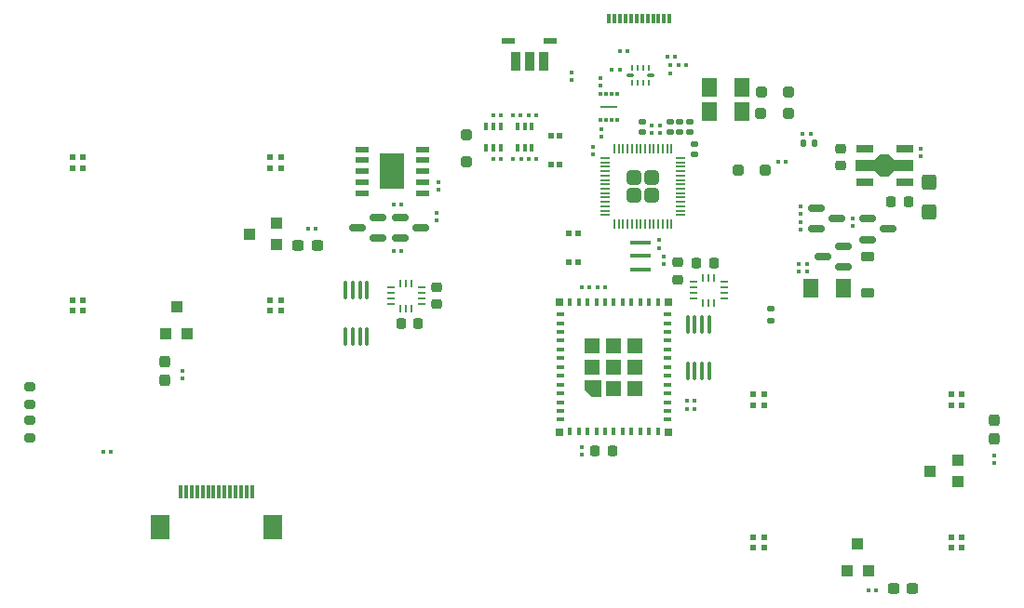
<source format=gbr>
G04 #@! TF.GenerationSoftware,KiCad,Pcbnew,7.0.6*
G04 #@! TF.CreationDate,2023-09-01T19:16:26-07:00*
G04 #@! TF.ProjectId,procon_gcc_main_pcb,70726f63-6f6e-45f6-9763-635f6d61696e,1*
G04 #@! TF.SameCoordinates,Original*
G04 #@! TF.FileFunction,Paste,Top*
G04 #@! TF.FilePolarity,Positive*
%FSLAX46Y46*%
G04 Gerber Fmt 4.6, Leading zero omitted, Abs format (unit mm)*
G04 Created by KiCad (PCBNEW 7.0.6) date 2023-09-01 19:16:26*
%MOMM*%
%LPD*%
G01*
G04 APERTURE LIST*
G04 Aperture macros list*
%AMRoundRect*
0 Rectangle with rounded corners*
0 $1 Rounding radius*
0 $2 $3 $4 $5 $6 $7 $8 $9 X,Y pos of 4 corners*
0 Add a 4 corners polygon primitive as box body*
4,1,4,$2,$3,$4,$5,$6,$7,$8,$9,$2,$3,0*
0 Add four circle primitives for the rounded corners*
1,1,$1+$1,$2,$3*
1,1,$1+$1,$4,$5*
1,1,$1+$1,$6,$7*
1,1,$1+$1,$8,$9*
0 Add four rect primitives between the rounded corners*
20,1,$1+$1,$2,$3,$4,$5,0*
20,1,$1+$1,$4,$5,$6,$7,0*
20,1,$1+$1,$6,$7,$8,$9,0*
20,1,$1+$1,$8,$9,$2,$3,0*%
%AMFreePoly0*
4,1,13,0.900000,0.500000,2.600000,0.500000,2.600000,-0.500000,0.900000,-0.500000,0.400000,-1.000000,-0.400000,-1.000000,-0.900000,-0.500000,-2.600000,-0.500000,-2.600000,0.500000,-0.900000,0.500000,-0.400000,1.000000,0.400000,1.000000,0.900000,0.500000,0.900000,0.500000,$1*%
G04 Aperture macros list end*
%ADD10C,0.010000*%
%ADD11RoundRect,0.200000X0.275000X-0.200000X0.275000X0.200000X-0.275000X0.200000X-0.275000X-0.200000X0*%
%ADD12RoundRect,0.079500X0.079500X0.100500X-0.079500X0.100500X-0.079500X-0.100500X0.079500X-0.100500X0*%
%ADD13R,0.950000X1.700000*%
%ADD14R,0.900000X1.700000*%
%ADD15R,1.200000X0.600000*%
%ADD16R,1.000000X1.000000*%
%ADD17RoundRect,0.079500X0.100500X-0.079500X0.100500X0.079500X-0.100500X0.079500X-0.100500X-0.079500X0*%
%ADD18RoundRect,0.079500X-0.100500X0.079500X-0.100500X-0.079500X0.100500X-0.079500X0.100500X0.079500X0*%
%ADD19RoundRect,0.250000X0.250000X0.250000X-0.250000X0.250000X-0.250000X-0.250000X0.250000X-0.250000X0*%
%ADD20R,0.550000X0.550000*%
%ADD21RoundRect,0.225000X-0.375000X0.225000X-0.375000X-0.225000X0.375000X-0.225000X0.375000X0.225000X0*%
%ADD22RoundRect,0.225000X-0.250000X0.225000X-0.250000X-0.225000X0.250000X-0.225000X0.250000X0.225000X0*%
%ADD23RoundRect,0.140000X0.140000X0.170000X-0.140000X0.170000X-0.140000X-0.170000X0.140000X-0.170000X0*%
%ADD24RoundRect,0.100000X0.100000X-0.712500X0.100000X0.712500X-0.100000X0.712500X-0.100000X-0.712500X0*%
%ADD25RoundRect,0.237500X-0.237500X0.300000X-0.237500X-0.300000X0.237500X-0.300000X0.237500X0.300000X0*%
%ADD26R,0.400000X0.650000*%
%ADD27RoundRect,0.135000X0.185000X-0.135000X0.185000X0.135000X-0.185000X0.135000X-0.185000X-0.135000X0*%
%ADD28RoundRect,0.079500X-0.079500X-0.100500X0.079500X-0.100500X0.079500X0.100500X-0.079500X0.100500X0*%
%ADD29RoundRect,0.237500X0.300000X0.237500X-0.300000X0.237500X-0.300000X-0.237500X0.300000X-0.237500X0*%
%ADD30RoundRect,0.250001X0.462499X0.624999X-0.462499X0.624999X-0.462499X-0.624999X0.462499X-0.624999X0*%
%ADD31RoundRect,0.150000X0.587500X0.150000X-0.587500X0.150000X-0.587500X-0.150000X0.587500X-0.150000X0*%
%ADD32RoundRect,0.225000X0.250000X-0.225000X0.250000X0.225000X-0.250000X0.225000X-0.250000X-0.225000X0*%
%ADD33RoundRect,0.249999X-0.395001X-0.395001X0.395001X-0.395001X0.395001X0.395001X-0.395001X0.395001X0*%
%ADD34RoundRect,0.050000X-0.387500X-0.050000X0.387500X-0.050000X0.387500X0.050000X-0.387500X0.050000X0*%
%ADD35RoundRect,0.050000X-0.050000X-0.387500X0.050000X-0.387500X0.050000X0.387500X-0.050000X0.387500X0*%
%ADD36R,0.400000X0.800000*%
%ADD37R,0.800000X0.400000*%
%ADD38R,1.450000X1.450000*%
%ADD39R,0.700000X0.700000*%
%ADD40RoundRect,0.140000X0.170000X-0.140000X0.170000X0.140000X-0.170000X0.140000X-0.170000X-0.140000X0*%
%ADD41RoundRect,0.250000X-0.250000X-0.250000X0.250000X-0.250000X0.250000X0.250000X-0.250000X0.250000X0*%
%ADD42R,1.500000X0.700000*%
%ADD43FreePoly0,180.000000*%
%ADD44RoundRect,0.225000X0.225000X0.250000X-0.225000X0.250000X-0.225000X-0.250000X0.225000X-0.250000X0*%
%ADD45RoundRect,0.150000X-0.587500X-0.150000X0.587500X-0.150000X0.587500X0.150000X-0.587500X0.150000X0*%
%ADD46R,0.300000X0.400000*%
%ADD47R,1.600000X0.200000*%
%ADD48RoundRect,0.237500X-0.300000X-0.237500X0.300000X-0.237500X0.300000X0.237500X-0.300000X0.237500X0*%
%ADD49RoundRect,0.250000X-0.425000X0.450000X-0.425000X-0.450000X0.425000X-0.450000X0.425000X0.450000X0*%
%ADD50R,1.900000X0.400000*%
%ADD51RoundRect,0.225000X-0.225000X-0.250000X0.225000X-0.250000X0.225000X0.250000X-0.225000X0.250000X0*%
%ADD52R,1.300000X0.600000*%
%ADD53R,2.300000X3.200000*%
%ADD54R,0.500000X0.550000*%
%ADD55RoundRect,0.140000X-0.170000X0.140000X-0.170000X-0.140000X0.170000X-0.140000X0.170000X0.140000X0*%
%ADD56R,0.300000X1.300000*%
%ADD57R,1.800000X2.200000*%
%ADD58R,0.300000X0.900000*%
%ADD59RoundRect,0.050000X0.075000X-0.225000X0.075000X0.225000X-0.075000X0.225000X-0.075000X-0.225000X0*%
%ADD60RoundRect,0.050000X0.050000X-0.225000X0.050000X0.225000X-0.050000X0.225000X-0.050000X-0.225000X0*%
%ADD61RoundRect,0.050000X0.250000X-0.100000X0.250000X0.100000X-0.250000X0.100000X-0.250000X-0.100000X0*%
%ADD62R,0.745000X0.280000*%
%ADD63R,0.280000X0.745000*%
%ADD64RoundRect,0.250000X-0.250000X0.250000X-0.250000X-0.250000X0.250000X-0.250000X0.250000X0.250000X0*%
G04 APERTURE END LIST*
D10*
X134919200Y-133223800D02*
X134069200Y-133223800D01*
X133469200Y-132623800D01*
X133469200Y-131773800D01*
X134919200Y-131773800D01*
X134919200Y-133223800D01*
G36*
X134919200Y-133223800D02*
G01*
X134069200Y-133223800D01*
X133469200Y-132623800D01*
X133469200Y-131773800D01*
X134919200Y-131773800D01*
X134919200Y-133223800D01*
G37*
D11*
X83007200Y-133971800D03*
X83007200Y-132321800D03*
X83007200Y-137007600D03*
X83007200Y-135357600D03*
D12*
X90415011Y-138245882D03*
X89725011Y-138245882D03*
D13*
X127208519Y-102740000D03*
D14*
X128483519Y-102740000D03*
D13*
X129758519Y-102740000D03*
D15*
X126583519Y-100840000D03*
X130383519Y-100840000D03*
D16*
X105477000Y-119382600D03*
X105477000Y-117482600D03*
X102977000Y-118432600D03*
D17*
X153166600Y-116588800D03*
X153166600Y-115898800D03*
D18*
X139611100Y-108518094D03*
X139611100Y-109208094D03*
D19*
X152024400Y-107467400D03*
X149524400Y-107467400D03*
D20*
X166845200Y-133997000D03*
X167795200Y-133997000D03*
X167795200Y-133047000D03*
X166845200Y-133047000D03*
D21*
X159237200Y-120476000D03*
X159237200Y-123776000D03*
D22*
X120018689Y-123258755D03*
X120018689Y-124808755D03*
D17*
X153725400Y-121861400D03*
X153725400Y-121171400D03*
D23*
X154356400Y-110163000D03*
X153396400Y-110163000D03*
D17*
X170739623Y-139313477D03*
X170739623Y-138623477D03*
D24*
X111750200Y-127791700D03*
X112400200Y-127791700D03*
X113050200Y-127791700D03*
X113700200Y-127791700D03*
X113700200Y-123566700D03*
X113050200Y-123566700D03*
X112400200Y-123566700D03*
X111750200Y-123566700D03*
D25*
X95317457Y-130017891D03*
X95317457Y-131742891D03*
D26*
X124546600Y-110556100D03*
X125196600Y-110556100D03*
X125846600Y-110556100D03*
X125846600Y-108656100D03*
X125196600Y-108656100D03*
X124546600Y-108656100D03*
D27*
X150418800Y-126290800D03*
X150418800Y-125270800D03*
D28*
X142782000Y-133583600D03*
X143472000Y-133583600D03*
D29*
X163312504Y-150698757D03*
X161587504Y-150698757D03*
D20*
X86902000Y-112407600D03*
X87852000Y-112407600D03*
X87852000Y-111457600D03*
X86902000Y-111457600D03*
D30*
X147791500Y-107289600D03*
X144816500Y-107289600D03*
D12*
X127685800Y-111612700D03*
X126995800Y-111612700D03*
D31*
X157025100Y-121450400D03*
X157025100Y-119550400D03*
X155150100Y-120500400D03*
D32*
X156798400Y-112231600D03*
X156798400Y-110681600D03*
D17*
X134950900Y-104909294D03*
X134950900Y-104219294D03*
D33*
X137985700Y-113308094D03*
X137985700Y-114908094D03*
X139585700Y-113308094D03*
X139585700Y-114908094D03*
D34*
X135348200Y-111508094D03*
X135348200Y-111908094D03*
X135348200Y-112308094D03*
X135348200Y-112708094D03*
X135348200Y-113108094D03*
X135348200Y-113508094D03*
X135348200Y-113908094D03*
X135348200Y-114308094D03*
X135348200Y-114708094D03*
X135348200Y-115108094D03*
X135348200Y-115508094D03*
X135348200Y-115908094D03*
X135348200Y-116308094D03*
X135348200Y-116708094D03*
D35*
X136185700Y-117545594D03*
X136585700Y-117545594D03*
X136985700Y-117545594D03*
X137385700Y-117545594D03*
X137785700Y-117545594D03*
X138185700Y-117545594D03*
X138585700Y-117545594D03*
X138985700Y-117545594D03*
X139385700Y-117545594D03*
X139785700Y-117545594D03*
X140185700Y-117545594D03*
X140585700Y-117545594D03*
X140985700Y-117545594D03*
X141385700Y-117545594D03*
D34*
X142223200Y-116708094D03*
X142223200Y-116308094D03*
X142223200Y-115908094D03*
X142223200Y-115508094D03*
X142223200Y-115108094D03*
X142223200Y-114708094D03*
X142223200Y-114308094D03*
X142223200Y-113908094D03*
X142223200Y-113508094D03*
X142223200Y-113108094D03*
X142223200Y-112708094D03*
X142223200Y-112308094D03*
X142223200Y-111908094D03*
X142223200Y-111508094D03*
D35*
X141385700Y-110670594D03*
X140985700Y-110670594D03*
X140585700Y-110670594D03*
X140185700Y-110670594D03*
X139785700Y-110670594D03*
X139385700Y-110670594D03*
X138985700Y-110670594D03*
X138585700Y-110670594D03*
X138185700Y-110670594D03*
X137785700Y-110670594D03*
X137385700Y-110670594D03*
X136985700Y-110670594D03*
X136585700Y-110670594D03*
X136185700Y-110670594D03*
D20*
X104902000Y-125407600D03*
X105852000Y-125407600D03*
X105852000Y-124457600D03*
X104902000Y-124457600D03*
D36*
X132144200Y-136448800D03*
X132944200Y-136448800D03*
X133744200Y-136448800D03*
X134544200Y-136448800D03*
X135344200Y-136448800D03*
X136144200Y-136448800D03*
X136944200Y-136448800D03*
X137744200Y-136448800D03*
X138544200Y-136448800D03*
X139344200Y-136448800D03*
X140144200Y-136448800D03*
D37*
X141044200Y-135348800D03*
X141044200Y-134548800D03*
X141044200Y-133748800D03*
X141044200Y-132948800D03*
X141044200Y-132148800D03*
X141044200Y-131348800D03*
X141044200Y-130548800D03*
X141044200Y-129748800D03*
X141044200Y-128948800D03*
X141044200Y-128148800D03*
X141044200Y-127348800D03*
X141044200Y-126548800D03*
X141044200Y-125748800D03*
D36*
X140144200Y-124648800D03*
X139344200Y-124648800D03*
X138544200Y-124648800D03*
X137744200Y-124648800D03*
X136944200Y-124648800D03*
X136144200Y-124648800D03*
X135344200Y-124648800D03*
X134544200Y-124648800D03*
X133744200Y-124648800D03*
X132944200Y-124648800D03*
X132144200Y-124648800D03*
D37*
X131244200Y-125748800D03*
X131244200Y-126548800D03*
X131244200Y-127348800D03*
X131244200Y-128148800D03*
X131244200Y-128948800D03*
X131244200Y-129748800D03*
X131244200Y-130548800D03*
X131244200Y-131348800D03*
X131244200Y-132148800D03*
X131244200Y-132948800D03*
X131244200Y-133748800D03*
X131244200Y-134548800D03*
X131244200Y-135348800D03*
D38*
X136144200Y-130548800D03*
D39*
X131194200Y-124598800D03*
X141094200Y-124598800D03*
X141094200Y-136498800D03*
X131194200Y-136498800D03*
D38*
X136144200Y-132498800D03*
X138094200Y-132498800D03*
X138094200Y-130548800D03*
X138094200Y-128598800D03*
X136144200Y-128598800D03*
X134194200Y-128598800D03*
X134194200Y-130548800D03*
D40*
X142151100Y-109137294D03*
X142151100Y-108177294D03*
D28*
X125181800Y-111612700D03*
X125871800Y-111612700D03*
D41*
X147441600Y-112649000D03*
X149941600Y-112649000D03*
D30*
X147791500Y-105054400D03*
X144816500Y-105054400D03*
D19*
X152049800Y-105537000D03*
X149549800Y-105537000D03*
D17*
X134251700Y-111189294D03*
X134251700Y-110499294D03*
D18*
X141274800Y-103083800D03*
X141274800Y-103773800D03*
D28*
X125156400Y-107599500D03*
X125846400Y-107599500D03*
D12*
X143472000Y-134396400D03*
X142782000Y-134396400D03*
D18*
X152963400Y-121171400D03*
X152963400Y-121861400D03*
D28*
X116118023Y-119981101D03*
X116808023Y-119981101D03*
D42*
X162636200Y-113693200D03*
D43*
X160786200Y-112193200D03*
D42*
X162636200Y-110693200D03*
X158936200Y-110693200D03*
X158936200Y-113693200D03*
D44*
X118314100Y-126547002D03*
X116764100Y-126547002D03*
D16*
X157370200Y-149122000D03*
X159270200Y-149122000D03*
X158320200Y-146622000D03*
D30*
X157041700Y-123393200D03*
X154066700Y-123393200D03*
D45*
X154565900Y-116070600D03*
X154565900Y-117970600D03*
X156440900Y-117020600D03*
D18*
X140322300Y-108518094D03*
X140322300Y-109208094D03*
D46*
X134949500Y-108081894D03*
X135449500Y-108081894D03*
X135949500Y-108081894D03*
X136449500Y-108081894D03*
X136449500Y-105681894D03*
X135949500Y-105681894D03*
X135449500Y-105681894D03*
X134949500Y-105681894D03*
D47*
X135699500Y-106881894D03*
D48*
X107418809Y-119497056D03*
X109143809Y-119497056D03*
D28*
X142047400Y-103073200D03*
X142737400Y-103073200D03*
D49*
X164774000Y-113688000D03*
X164774000Y-116388000D03*
D20*
X148845200Y-146997000D03*
X149795200Y-146997000D03*
X149795200Y-146047000D03*
X148845200Y-146047000D03*
D45*
X116744723Y-116922901D03*
X116744723Y-118822901D03*
X118619723Y-117872901D03*
D22*
X141938323Y-121038129D03*
X141938323Y-122588129D03*
D28*
X136713400Y-101752400D03*
X137403400Y-101752400D03*
D17*
X134975600Y-109589094D03*
X134975600Y-108899094D03*
D28*
X116107423Y-115764701D03*
X116797423Y-115764701D03*
D50*
X138595100Y-119236494D03*
X138595100Y-120436494D03*
X138595100Y-121636494D03*
D40*
X143471900Y-111197294D03*
X143471900Y-110237294D03*
D20*
X104902000Y-112407600D03*
X105852000Y-112407600D03*
X105852000Y-111457600D03*
X104902000Y-111457600D03*
D12*
X136666800Y-103505000D03*
X135976800Y-103505000D03*
D51*
X134454600Y-138226800D03*
X136004600Y-138226800D03*
D25*
X170738456Y-135352081D03*
X170738456Y-137077081D03*
D20*
X166845200Y-146997000D03*
X167795200Y-146997000D03*
X167795200Y-146047000D03*
X166845200Y-146047000D03*
D26*
X127391400Y-110556100D03*
X128041400Y-110556100D03*
X128691400Y-110556100D03*
X128691400Y-108656100D03*
X128041400Y-108656100D03*
X127391400Y-108656100D03*
D52*
X113227302Y-110726102D03*
X113227302Y-111726102D03*
X113227302Y-112726102D03*
X113227302Y-113726102D03*
X113227302Y-114726102D03*
X118727302Y-114726102D03*
X118727302Y-113726102D03*
X118727302Y-112726102D03*
X118727302Y-111726102D03*
X118727302Y-110726102D03*
D53*
X115977302Y-112726102D03*
D28*
X159300629Y-150847756D03*
X159990629Y-150847756D03*
D31*
X114708123Y-118822901D03*
X114708123Y-116922901D03*
X112833123Y-117872901D03*
D12*
X133898200Y-123266200D03*
X133208200Y-123266200D03*
D54*
X130435400Y-112119800D03*
X131235400Y-112119800D03*
X130435400Y-109469800D03*
X131235400Y-109469800D03*
D16*
X95427000Y-127532600D03*
X97327000Y-127532600D03*
X96377000Y-125032600D03*
D28*
X108340401Y-117977059D03*
X109030401Y-117977059D03*
D51*
X143678194Y-121060800D03*
X145228194Y-121060800D03*
D55*
X143065500Y-108177294D03*
X143065500Y-109137294D03*
D28*
X153328200Y-109274000D03*
X154018200Y-109274000D03*
D17*
X140703300Y-121146094D03*
X140703300Y-120456094D03*
D18*
X120225902Y-113711302D03*
X120225902Y-114401302D03*
D55*
X138747500Y-108179894D03*
X138747500Y-109139894D03*
X141236700Y-108179894D03*
X141236700Y-109139894D03*
D56*
X96741205Y-141917846D03*
X97241205Y-141917846D03*
X97741205Y-141917846D03*
X98241205Y-141917846D03*
X98741205Y-141917846D03*
X99241205Y-141917846D03*
X99741205Y-141917846D03*
X100241205Y-141917846D03*
X100741205Y-141917846D03*
X101241205Y-141917846D03*
X101741205Y-141917846D03*
X102241205Y-141917846D03*
X102741205Y-141917846D03*
X103241205Y-141917846D03*
D57*
X94841205Y-145167846D03*
X105141205Y-145167846D03*
D45*
X159237200Y-117025600D03*
X159237200Y-118925600D03*
X161112200Y-117975600D03*
D12*
X127649800Y-107599500D03*
X126959800Y-107599500D03*
D58*
X141210000Y-98835000D03*
X140710000Y-98835000D03*
X140210000Y-98835000D03*
X139710000Y-98835000D03*
X139210000Y-98835000D03*
X138710000Y-98835000D03*
X138210000Y-98835000D03*
X137710000Y-98835000D03*
X137210000Y-98835000D03*
X136710000Y-98835000D03*
X136210000Y-98835000D03*
X135710000Y-98835000D03*
D59*
X137807000Y-104688000D03*
D60*
X138307000Y-104688000D03*
X138807000Y-104688000D03*
D59*
X139307000Y-104688000D03*
D61*
X139457000Y-104013000D03*
D59*
X139307000Y-103338000D03*
D60*
X138807000Y-103338000D03*
X138307000Y-103338000D03*
D59*
X137807000Y-103338000D03*
D61*
X137657000Y-104013000D03*
D24*
X142865200Y-130915900D03*
X143515200Y-130915900D03*
X144165200Y-130915900D03*
X144815200Y-130915900D03*
X144815200Y-126690900D03*
X144165200Y-126690900D03*
X143515200Y-126690900D03*
X142865200Y-126690900D03*
D54*
X132861000Y-118385200D03*
X132061000Y-118385200D03*
X132861000Y-121035200D03*
X132061000Y-121035200D03*
D28*
X128407600Y-107599500D03*
X129097600Y-107599500D03*
D17*
X140220700Y-119689294D03*
X140220700Y-118999294D03*
D18*
X96933652Y-130907363D03*
X96933652Y-131597363D03*
D17*
X133248400Y-138546400D03*
X133248400Y-137856400D03*
D20*
X86902000Y-125407600D03*
X87852000Y-125407600D03*
X87852000Y-124457600D03*
X86902000Y-124457600D03*
D62*
X146159800Y-124295600D03*
X146159800Y-123795600D03*
X146159800Y-123295600D03*
X146159800Y-122795600D03*
D63*
X145261800Y-122397600D03*
X144761800Y-122397600D03*
X144261800Y-122397600D03*
D62*
X143363800Y-122795600D03*
X143363800Y-123295600D03*
X143363800Y-123795600D03*
X143363800Y-124295600D03*
D63*
X144261800Y-124693600D03*
X144761800Y-124693600D03*
X145261800Y-124693600D03*
D28*
X128418200Y-111612700D03*
X129108200Y-111612700D03*
X151118400Y-111864800D03*
X151808400Y-111864800D03*
D18*
X157840200Y-117005800D03*
X157840200Y-117695800D03*
D62*
X115841200Y-123303600D03*
X115841200Y-123803600D03*
X115841200Y-124303600D03*
X115841200Y-124803600D03*
D63*
X116739200Y-125201600D03*
X117239200Y-125201600D03*
X117739200Y-125201600D03*
D62*
X118637200Y-124803600D03*
X118637200Y-124303600D03*
X118637200Y-123803600D03*
X118637200Y-123303600D03*
D63*
X117739200Y-122905600D03*
X117239200Y-122905600D03*
X116739200Y-122905600D03*
D18*
X132257800Y-103693400D03*
X132257800Y-104383400D03*
D17*
X164088200Y-111369800D03*
X164088200Y-110679800D03*
D64*
X122758200Y-109392400D03*
X122758200Y-111892400D03*
D16*
X167420200Y-140972000D03*
X167420200Y-139072000D03*
X164920200Y-140022000D03*
D20*
X148845200Y-133997000D03*
X149795200Y-133997000D03*
X149795200Y-133047000D03*
X148845200Y-133047000D03*
D17*
X153166600Y-118062000D03*
X153166600Y-117372000D03*
D44*
X162932800Y-115495200D03*
X161382800Y-115495200D03*
D28*
X141031400Y-102311200D03*
X141721400Y-102311200D03*
D18*
X120019023Y-116537301D03*
X120019023Y-117227301D03*
D12*
X135371400Y-123266200D03*
X134681400Y-123266200D03*
M02*

</source>
